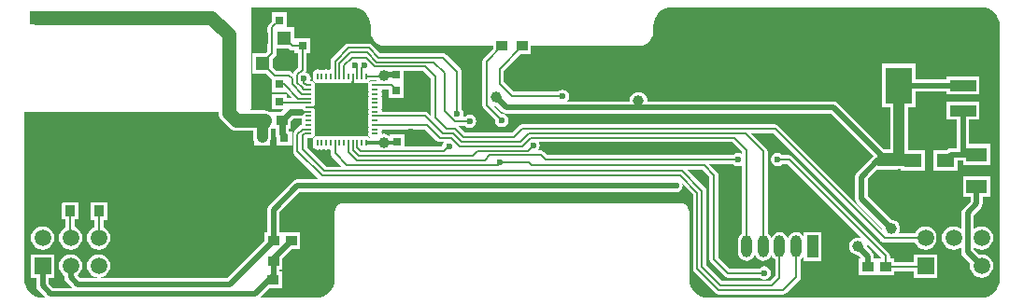
<source format=gbl>
G04 Layer_Physical_Order=2*
G04 Layer_Color=16711680*
%FSLAX44Y44*%
%MOMM*%
G71*
G01*
G75*
%ADD10R,0.9500X1.0000*%
%ADD12R,1.0000X0.9500*%
%ADD13R,0.8000X0.7500*%
%ADD16C,0.5000*%
%ADD17C,0.2000*%
%ADD18C,0.3000*%
%ADD19R,1.0000X2.0000*%
%ADD20O,1.0000X2.0000*%
%ADD21C,1.5000*%
%ADD22R,1.5000X1.5000*%
%ADD23C,1.0000*%
%ADD24C,0.6000*%
%ADD25C,1.0000*%
%ADD26C,0.6600*%
%ADD27R,1.6002X1.2700*%
%ADD28R,1.8500X1.3000*%
%ADD29R,2.4000X3.3000*%
%ADD30R,2.4000X1.0000*%
%ADD31R,0.7500X0.8000*%
%ADD32C,1.0000*%
%ADD33O,0.6500X0.2000*%
%ADD34O,0.2000X0.6500*%
%ADD35R,4.7000X4.7000*%
%ADD36R,1.3000X1.3000*%
%ADD37R,1.0000X1.0000*%
%ADD38R,1.0000X0.8128*%
%ADD39C,0.6000*%
%ADD40C,1.2700*%
%ADD41C,1.0000*%
%ADD42R,0.7620X1.2700*%
G36*
X625815Y92395D02*
X627800Y91069D01*
X630141Y90603D01*
X632482Y91069D01*
X633874Y91999D01*
Y29722D01*
X632246Y28473D01*
X630964Y26802D01*
X630158Y24856D01*
X629883Y22768D01*
Y12768D01*
X630158Y10679D01*
X630964Y8733D01*
X632246Y7062D01*
X633918Y5780D01*
X635863Y4974D01*
X637952Y4699D01*
X640040Y4974D01*
X641986Y5780D01*
X643658Y7062D01*
X644940Y8733D01*
X645452Y9969D01*
X645964Y8733D01*
X647246Y7062D01*
X648917Y5780D01*
X650863Y4974D01*
X652952Y4699D01*
X655040Y4974D01*
X656986Y5780D01*
X658658Y7062D01*
X659940Y8733D01*
X660452Y9969D01*
X660964Y8733D01*
X662246Y7062D01*
X663874Y5814D01*
Y-8808D01*
X658951Y-13731D01*
X616068D01*
X601443Y894D01*
Y68292D01*
X601443Y68292D01*
X601184Y69594D01*
X601133Y69853D01*
X600248Y71176D01*
X584063Y87362D01*
X597751D01*
X604252Y80861D01*
Y6350D01*
X604252Y6350D01*
X604511Y5048D01*
X604562Y4789D01*
X605446Y3466D01*
X618146Y-9234D01*
X618146Y-9234D01*
X619469Y-10118D01*
X619728Y-10169D01*
X621030Y-10428D01*
X621030Y-10428D01*
X649559D01*
X649724Y-10676D01*
X651709Y-12002D01*
X654050Y-12467D01*
X656391Y-12002D01*
X658376Y-10676D01*
X659702Y-8691D01*
X660167Y-6350D01*
X659702Y-4009D01*
X658376Y-2024D01*
X656391Y-698D01*
X654050Y-233D01*
X651709Y-698D01*
X649724Y-2024D01*
X649559Y-2272D01*
X622719D01*
X612408Y8039D01*
Y82550D01*
X612408Y82550D01*
X612149Y83852D01*
X612098Y84111D01*
X611214Y85434D01*
X611214Y85434D01*
X604137Y92511D01*
X625738D01*
X625815Y92395D01*
D02*
G37*
G36*
X633874Y103442D02*
Y101443D01*
X632482Y102373D01*
X630141Y102838D01*
X627800Y102373D01*
X625815Y101047D01*
X625562Y100668D01*
X457434D01*
X454548Y103553D01*
X453225Y104437D01*
X452966Y104489D01*
X451665Y104748D01*
X451664Y104748D01*
X448607D01*
X448826Y104894D01*
X450152Y106879D01*
X450617Y109220D01*
X450152Y111561D01*
X449591Y112401D01*
X624915D01*
X633874Y103442D01*
D02*
G37*
G36*
X159200Y139369D02*
X159521Y136929D01*
X160463Y134654D01*
X161962Y132701D01*
X169331Y125331D01*
X171285Y123833D01*
X173559Y122891D01*
X176000Y122569D01*
X190931D01*
Y117000D01*
X191206Y114912D01*
X192000Y112994D01*
Y109000D01*
X198476D01*
X199000Y108931D01*
X199524Y109000D01*
X206000D01*
Y112994D01*
X206794Y114912D01*
X207069Y117000D01*
Y124250D01*
X209000D01*
Y127067D01*
X209000Y127067D01*
Y124250D01*
X210882D01*
Y120000D01*
X211348Y117659D01*
X212000Y116683D01*
Y109000D01*
X226000D01*
Y122500D01*
X223151D01*
X223118Y122534D01*
Y124250D01*
X225000D01*
Y131348D01*
X227622Y133971D01*
X234000D01*
X235029Y134175D01*
X235087Y134088D01*
X234794Y133649D01*
X234483Y132088D01*
X234794Y130527D01*
X235087Y130088D01*
X234794Y129649D01*
X234483Y128088D01*
X234506Y127974D01*
X234170Y127907D01*
X233911Y127856D01*
X232588Y126972D01*
X232588Y126972D01*
X228122Y122506D01*
X227238Y121183D01*
X227187Y120924D01*
X226928Y119622D01*
X226928Y119622D01*
Y104189D01*
X226928Y104189D01*
X227187Y102887D01*
X227238Y102628D01*
X228122Y101305D01*
X250311Y79116D01*
X250311Y79116D01*
X251072Y78608D01*
X231000D01*
X228854Y78181D01*
X227035Y76965D01*
X205246Y55177D01*
X204031Y53358D01*
X203604Y51212D01*
Y30555D01*
X201212D01*
Y22736D01*
X167559Y-10917D01*
X33847D01*
X31491Y-8561D01*
X32889Y-7489D01*
X34572Y-5295D01*
X35630Y-2741D01*
X35991Y0D01*
X35630Y2741D01*
X34572Y5295D01*
X32889Y7489D01*
X30695Y9172D01*
X28141Y10230D01*
X25400Y10591D01*
X22659Y10230D01*
X20105Y9172D01*
X17911Y7489D01*
X16228Y5295D01*
X15170Y2741D01*
X14809Y0D01*
X15170Y-2741D01*
X16228Y-5295D01*
X17911Y-7489D01*
X19792Y-8932D01*
Y-10400D01*
X20219Y-12546D01*
X21435Y-14365D01*
X26889Y-19819D01*
X9750D01*
X5608Y-15677D01*
Y-10500D01*
X10500D01*
Y10500D01*
X-10500D01*
Y-10500D01*
X-5608D01*
Y-18000D01*
X-5181Y-20146D01*
X-3965Y-21965D01*
X2846Y-28777D01*
X400D01*
X352Y-28786D01*
X-2895Y-28466D01*
X-6064Y-27505D01*
X-8984Y-25944D01*
X-11544Y-23844D01*
X-13644Y-21284D01*
X-15205Y-18364D01*
X-16166Y-15195D01*
X-16486Y-11948D01*
X-16477Y-11900D01*
Y140281D01*
X159200D01*
Y139369D01*
D02*
G37*
G36*
X283695Y234666D02*
X286864Y233705D01*
X289784Y232144D01*
X292344Y230044D01*
X294444Y227484D01*
X296005Y224564D01*
X296966Y221395D01*
X297286Y218148D01*
X297277Y218100D01*
Y213100D01*
X297224D01*
X297673Y209690D01*
X298989Y206512D01*
X301083Y203783D01*
X303812Y201689D01*
X306990Y200373D01*
X310400Y199924D01*
Y199977D01*
X408376D01*
Y197357D01*
X399706Y188687D01*
X398822Y187364D01*
X398771Y187105D01*
X398512Y185803D01*
X398512Y185803D01*
Y145858D01*
X398512Y145857D01*
X398771Y144556D01*
X398822Y144297D01*
X399706Y142974D01*
X410036Y132644D01*
X409978Y132352D01*
X410443Y130011D01*
X411769Y128027D01*
X413754Y126700D01*
X416095Y126235D01*
X418436Y126700D01*
X420421Y128027D01*
X421747Y130011D01*
X422213Y132352D01*
X421747Y134693D01*
X420421Y136678D01*
X418436Y138004D01*
X416095Y138470D01*
X415803Y138412D01*
X409024Y145191D01*
X411000Y144931D01*
X411122Y144947D01*
X416035Y140035D01*
X417854Y138819D01*
X420000Y138392D01*
X713997D01*
X752729Y99660D01*
X738035Y84965D01*
X736819Y83146D01*
X736392Y81000D01*
Y61000D01*
X736819Y58854D01*
X738035Y57035D01*
X760947Y34122D01*
X760931Y34000D01*
X761029Y33259D01*
X666848Y127440D01*
X665525Y128324D01*
X665266Y128375D01*
X663964Y128634D01*
X663964Y128634D01*
X434436D01*
X434436Y128634D01*
X433134Y128375D01*
X432875Y128324D01*
X431552Y127440D01*
X431552Y127440D01*
X425031Y120918D01*
X382689D01*
X376457Y127150D01*
X376408Y127224D01*
X382533D01*
X382699Y126976D01*
X384683Y125650D01*
X387024Y125184D01*
X389366Y125650D01*
X391350Y126976D01*
X392676Y128961D01*
X393142Y131302D01*
X392676Y133643D01*
X391350Y135628D01*
X389366Y136954D01*
X387024Y137420D01*
X384683Y136954D01*
X382699Y135628D01*
X382533Y135380D01*
X380864D01*
X381242Y135945D01*
X381707Y138287D01*
X381242Y140628D01*
X379916Y142612D01*
X379668Y142778D01*
Y176373D01*
X379668Y176373D01*
X379358Y177934D01*
X379064Y178372D01*
X378474Y179257D01*
X378474Y179257D01*
X365807Y191923D01*
X364484Y192807D01*
X364225Y192859D01*
X362923Y193118D01*
X362923Y193118D01*
X306289D01*
X298602Y200805D01*
X297279Y201689D01*
X297020Y201740D01*
X295718Y201999D01*
X295718Y201999D01*
X277106D01*
X277106Y201999D01*
X275805Y201740D01*
X275546Y201689D01*
X274222Y200805D01*
X262178Y188760D01*
X261294Y187437D01*
X261242Y187178D01*
X260983Y185877D01*
X260983Y185876D01*
Y178651D01*
X259501Y178356D01*
X259062Y178062D01*
X258622Y178356D01*
X257062Y178666D01*
X255501Y178356D01*
X255062Y178062D01*
X254622Y178356D01*
X253062Y178666D01*
X251501Y178356D01*
X251062Y178062D01*
X250622Y178356D01*
X249062Y178666D01*
X247501Y178356D01*
X246178Y177472D01*
X245294Y176149D01*
X244983Y174588D01*
Y170088D01*
X245294Y168527D01*
X246178Y167204D01*
X247501Y166320D01*
X249062Y166010D01*
X250622Y166320D01*
X251062Y166614D01*
X251501Y166320D01*
X253062Y166010D01*
X254622Y166320D01*
X255062Y166614D01*
X255501Y166320D01*
X257062Y166010D01*
X258622Y166320D01*
X259062Y166614D01*
X259501Y166320D01*
X261062Y166010D01*
X262622Y166320D01*
X263062Y166614D01*
X263501Y166320D01*
X265062Y166010D01*
X266622Y166320D01*
X267062Y166614D01*
X267501Y166320D01*
X269062Y166010D01*
X270622Y166320D01*
X271062Y166614D01*
X271501Y166320D01*
X273062Y166010D01*
X274622Y166320D01*
X275062Y166614D01*
X275501Y166320D01*
X277062Y166010D01*
X278622Y166320D01*
X279946Y167204D01*
X280830Y168527D01*
X281062Y169694D01*
X281294Y168527D01*
X282178Y167204D01*
X283501Y166320D01*
X285062Y166010D01*
X286622Y166320D01*
X287062Y166614D01*
X287501Y166320D01*
X289062Y166010D01*
X290622Y166320D01*
X291062Y166614D01*
X291501Y166320D01*
X293062Y166010D01*
X294622Y166320D01*
X295945Y167204D01*
X296651Y168260D01*
X302554D01*
X302625Y168167D01*
X299062D01*
X297501Y167856D01*
X296178Y166972D01*
X295294Y165649D01*
X294983Y164088D01*
X295294Y162527D01*
X295587Y162088D01*
X295294Y161649D01*
X294983Y160088D01*
X295294Y158527D01*
X295587Y158088D01*
X295294Y157649D01*
X294983Y156088D01*
X295294Y154527D01*
X295587Y154088D01*
X295294Y153649D01*
X294983Y152088D01*
X295294Y150527D01*
X295587Y150088D01*
X295294Y149649D01*
X294983Y148088D01*
X295294Y146527D01*
X295587Y146088D01*
X295294Y145649D01*
X294983Y144088D01*
X295294Y142527D01*
X295587Y142088D01*
X295294Y141649D01*
X294983Y140088D01*
X295294Y138527D01*
X295587Y138088D01*
X295294Y137649D01*
X294983Y136088D01*
X295294Y134527D01*
X295587Y134088D01*
X295294Y133649D01*
X294983Y132088D01*
X295294Y130527D01*
X295587Y130088D01*
X295294Y129649D01*
X294983Y128088D01*
X295294Y126527D01*
X295587Y126088D01*
X295294Y125649D01*
X294983Y124088D01*
X295294Y122527D01*
X295587Y122088D01*
X295294Y121649D01*
X294983Y120088D01*
X295294Y118527D01*
X296178Y117204D01*
X297342Y116426D01*
X296310D01*
X295945Y116972D01*
X294622Y117856D01*
X293062Y118167D01*
X291501Y117856D01*
X291062Y117563D01*
X290622Y117856D01*
X289062Y118167D01*
X287501Y117856D01*
X287062Y117563D01*
X286622Y117856D01*
X285062Y118167D01*
X283501Y117856D01*
X283062Y117563D01*
X282622Y117856D01*
X281062Y118167D01*
X279501Y117856D01*
X279062Y117563D01*
X278622Y117856D01*
X277062Y118167D01*
X275501Y117856D01*
X275062Y117563D01*
X274622Y117856D01*
X273062Y118167D01*
X271501Y117856D01*
X271062Y117563D01*
X270622Y117856D01*
X269062Y118167D01*
X267501Y117856D01*
X267062Y117563D01*
X266622Y117856D01*
X265062Y118167D01*
X263501Y117856D01*
X263062Y117563D01*
X262622Y117856D01*
X261062Y118167D01*
X259501Y117856D01*
X259062Y117563D01*
X258622Y117856D01*
X257062Y118167D01*
X255501Y117856D01*
X255062Y117563D01*
X254622Y117856D01*
X253062Y118167D01*
X251501Y117856D01*
X251062Y117563D01*
X250622Y117856D01*
X249062Y118167D01*
X247501Y117856D01*
X246178Y116972D01*
X245294Y115649D01*
X244983Y114088D01*
Y109588D01*
X245294Y108027D01*
X246178Y106704D01*
X247501Y105820D01*
X249062Y105510D01*
X250622Y105820D01*
X251062Y106114D01*
X251501Y105820D01*
X253062Y105510D01*
X254622Y105820D01*
X255062Y106114D01*
X255501Y105820D01*
X257062Y105510D01*
X258622Y105820D01*
X259062Y106114D01*
X259501Y105820D01*
X260983Y105525D01*
Y102363D01*
X260983Y102363D01*
X261242Y101061D01*
X261294Y100802D01*
X262178Y99479D01*
X271440Y90217D01*
X257163D01*
X239964Y107416D01*
Y116010D01*
X243062D01*
X244622Y116320D01*
X245945Y117204D01*
X246830Y118527D01*
X247140Y120088D01*
X246830Y121649D01*
X246536Y122088D01*
X246830Y122527D01*
X247140Y124088D01*
X246830Y125649D01*
X246536Y126088D01*
X246830Y126527D01*
X247140Y128088D01*
X246830Y129649D01*
X246536Y130088D01*
X246830Y130527D01*
X247140Y132088D01*
X246830Y133649D01*
X246536Y134088D01*
X246830Y134527D01*
X247140Y136088D01*
X246830Y137649D01*
X246536Y138088D01*
X246830Y138527D01*
X247140Y140088D01*
X246830Y141649D01*
X245945Y142972D01*
X244622Y143856D01*
X243456Y144088D01*
X244622Y144320D01*
X245945Y145204D01*
X246830Y146527D01*
X247140Y148088D01*
X246830Y149649D01*
X246536Y150088D01*
X246830Y150527D01*
X247140Y152088D01*
X246830Y153649D01*
X246536Y154088D01*
X246830Y154527D01*
X247140Y156088D01*
X246830Y157649D01*
X246536Y158088D01*
X246830Y158527D01*
X247140Y160088D01*
X246830Y161649D01*
X246536Y162088D01*
X246830Y162527D01*
X247140Y164088D01*
X246830Y165649D01*
X245945Y166972D01*
X244622Y167856D01*
X243062Y168167D01*
X242753D01*
X243118Y170000D01*
X242652Y172341D01*
X241326Y174326D01*
X239341Y175652D01*
X238483Y175823D01*
X239152Y176823D01*
X239463Y178384D01*
X239462Y178384D01*
Y193161D01*
X242384D01*
Y206661D01*
X228384D01*
Y203989D01*
X228361D01*
Y216565D01*
X221206D01*
Y230245D01*
X207706D01*
Y222263D01*
X205116Y219673D01*
X204232Y218350D01*
X204181Y218091D01*
X203922Y216789D01*
X203922Y216789D01*
Y194592D01*
X202894Y193565D01*
X189662D01*
Y174565D01*
X202894D01*
X207342Y170116D01*
X207342Y170116D01*
X208000Y169677D01*
Y158000D01*
X220232D01*
X226066Y152167D01*
X221500D01*
Y156000D01*
X208000D01*
Y142000D01*
X218349D01*
X216098Y139750D01*
X209000D01*
Y136933D01*
X209000Y136933D01*
Y139750D01*
X206259D01*
X205715Y140167D01*
X203441Y141109D01*
X201000Y141431D01*
X199000Y141167D01*
X197000Y141431D01*
X187362D01*
X189212Y143281D01*
Y234977D01*
X280400D01*
X280448Y234986D01*
X283695Y234666D01*
D02*
G37*
G36*
X223131Y197027D02*
X223132Y197027D01*
X224455Y196143D01*
X224713Y196092D01*
X226015Y195833D01*
X226015Y195833D01*
X228384D01*
Y193161D01*
X231306D01*
Y180073D01*
X228116Y176884D01*
X227232Y175561D01*
X227181Y175302D01*
X227062Y174706D01*
X225884Y175884D01*
X224561Y176768D01*
X224302Y176819D01*
X223000Y177078D01*
X223000Y177078D01*
X211916D01*
X208661Y180332D01*
Y187797D01*
X210884Y190019D01*
X210884Y190019D01*
X211768Y191343D01*
X212078Y192903D01*
Y197565D01*
X222594D01*
X223131Y197027D01*
D02*
G37*
G36*
X853696Y234666D02*
X856864Y233705D01*
X859784Y232144D01*
X862344Y230044D01*
X864445Y227484D01*
X866006Y224564D01*
X866967Y221395D01*
X867287Y218148D01*
X867277Y218100D01*
Y-11900D01*
X867287Y-11948D01*
X866967Y-15195D01*
X866006Y-18364D01*
X864445Y-21284D01*
X862344Y-23844D01*
X859784Y-25944D01*
X856864Y-27505D01*
X853696Y-28466D01*
X850449Y-28786D01*
X850400Y-28777D01*
X602900D01*
X602852Y-28786D01*
X599605Y-28466D01*
X596437Y-27505D01*
X593516Y-25944D01*
X590957Y-23844D01*
X588856Y-21284D01*
X587295Y-18364D01*
X586334Y-15195D01*
X586014Y-11948D01*
X586024Y-11900D01*
Y49100D01*
X586033D01*
X585756Y51205D01*
X584944Y53167D01*
X583651Y54851D01*
X581967Y56143D01*
X580005Y56956D01*
X577900Y57233D01*
Y57224D01*
X272900D01*
Y57233D01*
X270795Y56956D01*
X268834Y56143D01*
X267149Y54851D01*
X265857Y53167D01*
X265044Y51205D01*
X264767Y49100D01*
X264777D01*
Y-11900D01*
X264786Y-11948D01*
X264466Y-15195D01*
X263505Y-18364D01*
X261944Y-21284D01*
X259844Y-23844D01*
X257284Y-25944D01*
X254364Y-27505D01*
X251195Y-28466D01*
X247948Y-28786D01*
X247900Y-28777D01*
X196780D01*
X205107Y-20450D01*
X216790D01*
Y-4950D01*
X214849D01*
Y-3028D01*
X217504D01*
Y7166D01*
X219697Y9360D01*
X220041Y9590D01*
X225506Y15055D01*
X233212D01*
Y30555D01*
X217212D01*
Y22622D01*
X217212Y22622D01*
Y30555D01*
X214819D01*
Y48889D01*
X233323Y67392D01*
X571593D01*
X571659Y67348D01*
X574000Y66883D01*
X576341Y67348D01*
X578326Y68674D01*
X579652Y70659D01*
X580117Y73000D01*
X579841Y74392D01*
X589286Y64946D01*
Y-2453D01*
X589286Y-2453D01*
X589545Y-3754D01*
X589597Y-4013D01*
X590481Y-5336D01*
X609838Y-24693D01*
X611161Y-25577D01*
X611420Y-25629D01*
X612721Y-25888D01*
X612721Y-25888D01*
X671325D01*
X671325Y-25888D01*
X672627Y-25629D01*
X672886Y-25577D01*
X674209Y-24693D01*
X685836Y-13067D01*
X685836Y-13067D01*
X686720Y-11744D01*
X687030Y-10183D01*
Y5814D01*
X688658Y7062D01*
X689940Y8733D01*
X689952Y8762D01*
Y4768D01*
X705952D01*
Y30768D01*
X689952D01*
Y26773D01*
X689940Y26802D01*
X688658Y28473D01*
X686986Y29756D01*
X685040Y30562D01*
X682952Y30837D01*
X680864Y30562D01*
X678917Y29756D01*
X677246Y28473D01*
X675964Y26802D01*
X675452Y25566D01*
X674940Y26802D01*
X673658Y28473D01*
X671986Y29756D01*
X670040Y30562D01*
X667952Y30837D01*
X665864Y30562D01*
X663917Y29756D01*
X662246Y28473D01*
X660964Y26802D01*
X660452Y25566D01*
X659940Y26802D01*
X658658Y28473D01*
X657030Y29722D01*
Y104277D01*
X657030Y104277D01*
X656771Y105578D01*
X656720Y105837D01*
X655836Y107161D01*
X642519Y120478D01*
X662274D01*
X760236Y22516D01*
X760236Y22516D01*
X761559Y21632D01*
X761818Y21581D01*
X763120Y21322D01*
X763120Y21322D01*
X790424D01*
X790928Y20105D01*
X792611Y17911D01*
X794805Y16228D01*
X797359Y15170D01*
X800100Y14809D01*
X802841Y15170D01*
X805395Y16228D01*
X807589Y17911D01*
X809272Y20105D01*
X810330Y22659D01*
X810691Y25400D01*
X810330Y28141D01*
X809272Y30695D01*
X807589Y32889D01*
X805395Y34572D01*
X802841Y35630D01*
X800100Y35991D01*
X797359Y35630D01*
X794805Y34572D01*
X792611Y32889D01*
X790928Y30695D01*
X790424Y29478D01*
X775614D01*
X775988Y29966D01*
X776794Y31912D01*
X777069Y34000D01*
X776794Y36088D01*
X775988Y38035D01*
X774706Y39706D01*
X773035Y40988D01*
X771088Y41794D01*
X769000Y42069D01*
X768878Y42053D01*
X747608Y63323D01*
Y78677D01*
X755900Y86970D01*
X775001D01*
Y88091D01*
X777999D01*
Y86810D01*
X800001D01*
Y105510D01*
X784069D01*
Y115000D01*
X784069Y115000D01*
X784069Y115000D01*
Y144500D01*
X791000D01*
Y158392D01*
X819000D01*
Y156000D01*
X849000D01*
Y172000D01*
X819000D01*
Y169608D01*
X791000D01*
Y183500D01*
X761000D01*
Y144500D01*
X767931D01*
Y105670D01*
X762580D01*
X720285Y147965D01*
X718466Y149181D01*
X716320Y149608D01*
X548017D01*
X548069Y150000D01*
X547794Y152088D01*
X546988Y154035D01*
X545706Y155706D01*
X544035Y156988D01*
X542088Y157794D01*
X540000Y158069D01*
X537912Y157794D01*
X535965Y156988D01*
X534294Y155706D01*
X533012Y154035D01*
X532206Y152088D01*
X531931Y150000D01*
X531983Y149608D01*
X475226D01*
X475326Y149674D01*
X476652Y151659D01*
X477118Y154000D01*
X476652Y156341D01*
X475326Y158326D01*
X473341Y159652D01*
X471000Y160117D01*
X468659Y159652D01*
X466674Y158326D01*
X466509Y158078D01*
X426809D01*
X418098Y166789D01*
Y177544D01*
X433080Y192526D01*
X442376D01*
Y199977D01*
X540400D01*
Y199924D01*
X543811Y200373D01*
X546988Y201689D01*
X549717Y203783D01*
X551811Y206512D01*
X553128Y209690D01*
X553577Y213100D01*
X553524D01*
Y218100D01*
X553514Y218148D01*
X553834Y221395D01*
X554795Y224564D01*
X556356Y227484D01*
X558457Y230044D01*
X561016Y232144D01*
X563937Y233705D01*
X567105Y234666D01*
X570352Y234986D01*
X570400Y234977D01*
X850400D01*
X850449Y234986D01*
X853696Y234666D01*
D02*
G37*
G36*
X357139Y113595D02*
X358462Y112711D01*
X358721Y112659D01*
X360022Y112400D01*
X360023Y112401D01*
X363583D01*
X362704Y111084D01*
X362238Y108743D01*
X362253Y108668D01*
X328069D01*
Y119954D01*
X314569D01*
Y117810D01*
X313034Y118988D01*
X311088Y119794D01*
X309000Y120069D01*
X307600Y119885D01*
X307640Y120088D01*
X307330Y121649D01*
X307036Y122088D01*
X307330Y122527D01*
X307624Y124010D01*
X346724D01*
X357139Y113595D01*
D02*
G37*
G36*
X351881Y170403D02*
Y136696D01*
X349604Y138972D01*
X348281Y139856D01*
X348022Y139908D01*
X346721Y140167D01*
X346721Y140166D01*
X307624D01*
X307330Y141649D01*
X307036Y142088D01*
X307330Y142527D01*
X307640Y144088D01*
X307330Y145649D01*
X307036Y146088D01*
X307330Y146527D01*
X307640Y148088D01*
X307330Y149649D01*
X307036Y150088D01*
X307330Y150527D01*
X307640Y152088D01*
X307330Y153649D01*
X307036Y154088D01*
X307330Y154527D01*
X307640Y156088D01*
X307330Y157649D01*
X307036Y158088D01*
X307330Y158527D01*
X307624Y160010D01*
X313960D01*
Y152659D01*
X327460D01*
Y166659D01*
X319478D01*
X319165Y166972D01*
X319064Y167040D01*
X327460D01*
Y176961D01*
X345323D01*
X351881Y170403D01*
D02*
G37*
%LPC*%
G36*
X0Y35991D02*
X-2741Y35630D01*
X-5295Y34572D01*
X-7489Y32889D01*
X-9172Y30695D01*
X-10230Y28141D01*
X-10591Y25400D01*
X-10230Y22659D01*
X-9172Y20105D01*
X-7489Y17911D01*
X-5295Y16228D01*
X-2741Y15170D01*
X0Y14809D01*
X2741Y15170D01*
X5295Y16228D01*
X7489Y17911D01*
X9172Y20105D01*
X10230Y22659D01*
X10591Y25400D01*
X10230Y28141D01*
X9172Y30695D01*
X7489Y32889D01*
X5295Y34572D01*
X2741Y35630D01*
X0Y35991D01*
D02*
G37*
G36*
X50800Y10591D02*
X48059Y10230D01*
X45505Y9172D01*
X43311Y7489D01*
X41628Y5295D01*
X40570Y2741D01*
X40209Y0D01*
X40570Y-2741D01*
X41628Y-5295D01*
X43311Y-7489D01*
X45505Y-9172D01*
X48059Y-10230D01*
X50800Y-10591D01*
X53541Y-10230D01*
X56095Y-9172D01*
X58289Y-7489D01*
X59972Y-5295D01*
X61030Y-2741D01*
X61391Y0D01*
X61030Y2741D01*
X59972Y5295D01*
X58289Y7489D01*
X56095Y9172D01*
X53541Y10230D01*
X50800Y10591D01*
D02*
G37*
G36*
X32629Y58124D02*
X17129D01*
Y42124D01*
X20744D01*
Y34836D01*
X20105Y34572D01*
X17911Y32889D01*
X16228Y30695D01*
X15170Y28141D01*
X14809Y25400D01*
X15170Y22659D01*
X16228Y20105D01*
X17911Y17911D01*
X20105Y16228D01*
X22659Y15170D01*
X25400Y14809D01*
X28141Y15170D01*
X30695Y16228D01*
X32889Y17911D01*
X34572Y20105D01*
X35630Y22659D01*
X35991Y25400D01*
X35630Y28141D01*
X34572Y30695D01*
X32889Y32889D01*
X30695Y34572D01*
X28900Y35315D01*
Y42124D01*
X32629D01*
Y58124D01*
D02*
G37*
G36*
X858708Y81800D02*
X834208D01*
Y62800D01*
X840850D01*
Y58841D01*
X834235Y52225D01*
X833019Y50406D01*
X832592Y48260D01*
Y33193D01*
X830795Y34572D01*
X828241Y35630D01*
X825500Y35991D01*
X822759Y35630D01*
X820205Y34572D01*
X818011Y32889D01*
X816328Y30695D01*
X815270Y28141D01*
X814909Y25400D01*
X815270Y22659D01*
X816328Y20105D01*
X818011Y17911D01*
X820205Y16228D01*
X822759Y15170D01*
X825500Y14809D01*
X828241Y15170D01*
X830795Y16228D01*
X832592Y17607D01*
Y12700D01*
X833019Y10554D01*
X834235Y8735D01*
X840619Y2351D01*
X840309Y0D01*
X840670Y-2741D01*
X841728Y-5295D01*
X843411Y-7489D01*
X845605Y-9172D01*
X848159Y-10230D01*
X850900Y-10591D01*
X853641Y-10230D01*
X856195Y-9172D01*
X858389Y-7489D01*
X860072Y-5295D01*
X861130Y-2741D01*
X861491Y0D01*
X861130Y2741D01*
X860072Y5295D01*
X858389Y7489D01*
X856195Y9172D01*
X853641Y10230D01*
X850900Y10591D01*
X848549Y10281D01*
X843808Y15023D01*
Y17607D01*
X845605Y16228D01*
X848159Y15170D01*
X850900Y14809D01*
X853641Y15170D01*
X856195Y16228D01*
X858389Y17911D01*
X860072Y20105D01*
X861130Y22659D01*
X861491Y25400D01*
X861130Y28141D01*
X860072Y30695D01*
X858389Y32889D01*
X856195Y34572D01*
X853641Y35630D01*
X850900Y35991D01*
X848159Y35630D01*
X845605Y34572D01*
X843808Y33193D01*
Y45937D01*
X850423Y52552D01*
X851639Y54372D01*
X852066Y56518D01*
Y62800D01*
X858708D01*
Y81800D01*
D02*
G37*
G36*
X849000Y149000D02*
X819000D01*
Y133000D01*
X828392D01*
Y106907D01*
X823299D01*
X821154Y106480D01*
X819462Y105350D01*
X806999D01*
Y86650D01*
X829001D01*
Y95692D01*
X834208D01*
Y91800D01*
X858708D01*
Y110800D01*
X839608D01*
Y133000D01*
X849000D01*
Y149000D01*
D02*
G37*
G36*
X58761Y58048D02*
X43261D01*
Y42048D01*
X46933D01*
Y35163D01*
X45505Y34572D01*
X43311Y32889D01*
X41628Y30695D01*
X40570Y28141D01*
X40209Y25400D01*
X40570Y22659D01*
X41628Y20105D01*
X43311Y17911D01*
X45505Y16228D01*
X48059Y15170D01*
X50800Y14809D01*
X53541Y15170D01*
X56095Y16228D01*
X58289Y17911D01*
X59972Y20105D01*
X61030Y22659D01*
X61391Y25400D01*
X61030Y28141D01*
X59972Y30695D01*
X58289Y32889D01*
X56095Y34572D01*
X55090Y34988D01*
Y42048D01*
X58761D01*
Y58048D01*
D02*
G37*
G36*
X666107Y102671D02*
X663766Y102205D01*
X661781Y100879D01*
X660455Y98894D01*
X659989Y96553D01*
X660455Y94212D01*
X661781Y92227D01*
X663766Y90901D01*
X666107Y90435D01*
X668448Y90901D01*
X670433Y92227D01*
X670598Y92475D01*
X674758D01*
X742082Y25150D01*
X741088Y25562D01*
X739000Y25837D01*
X736912Y25562D01*
X734966Y24756D01*
X733294Y23473D01*
X732012Y21802D01*
X731206Y19856D01*
X730931Y17768D01*
X731206Y15679D01*
X732012Y13733D01*
X733294Y12062D01*
X734966Y10780D01*
X736912Y9974D01*
X739000Y9699D01*
X739122Y9715D01*
X741687Y7151D01*
X739807D01*
Y-8349D01*
X755807D01*
Y7151D01*
X753415D01*
Y8961D01*
X752988Y11107D01*
X751772Y12926D01*
X747053Y17645D01*
X747069Y17768D01*
X746794Y19856D01*
X746383Y20850D01*
X759729Y7504D01*
Y7151D01*
X755807D01*
Y-8349D01*
X771807D01*
Y-4678D01*
X789600D01*
Y-10500D01*
X810600D01*
Y10500D01*
X789600D01*
Y3479D01*
X771807D01*
Y7151D01*
X767885D01*
Y9193D01*
X767885Y9193D01*
X767626Y10495D01*
X767575Y10754D01*
X766691Y12077D01*
X766691Y12077D01*
X679331Y99437D01*
X678008Y100321D01*
X677749Y100372D01*
X676447Y100631D01*
X676447Y100631D01*
X670598D01*
X670433Y100879D01*
X668448Y102205D01*
X666107Y102671D01*
D02*
G37*
%LPD*%
D10*
X51011Y50048D02*
D03*
Y66048D02*
D03*
X24879Y50124D02*
D03*
Y66124D02*
D03*
D12*
X763807Y-599D02*
D03*
X747807D02*
D03*
X225212Y22805D02*
D03*
X209212D02*
D03*
X225504Y4722D02*
D03*
X209503D02*
D03*
X208790Y-12700D02*
D03*
X224790D02*
D03*
X217000Y132000D02*
D03*
X201000D02*
D03*
D13*
X199000Y102250D02*
D03*
Y115750D02*
D03*
X219000D02*
D03*
Y102250D02*
D03*
X235384Y213411D02*
D03*
Y199911D02*
D03*
D16*
X818000Y54730D02*
Y75680D01*
X764320D02*
X804000D01*
X812100Y13400D02*
Y48830D01*
X312420Y61152D02*
X585000D01*
X227750Y182880D02*
X228935Y184065D01*
X218862D02*
X228935D01*
X256540Y61152D02*
X312420D01*
X240851Y48181D02*
X253821Y61152D01*
X240851Y12658D02*
Y48181D01*
X232915Y4722D02*
X240851Y12658D01*
X225504Y-12871D02*
Y4722D01*
X804000Y75680D02*
X818000D01*
X764000Y76000D02*
X764320Y75680D01*
X834000Y101300D02*
X846458D01*
X823299D02*
X834000D01*
X834000Y101300D02*
X834000Y101300D01*
X834000Y101300D02*
Y141000D01*
X776000Y164000D02*
X834000D01*
X818000Y96000D02*
X823299Y101300D01*
X777000Y96320D02*
X788840D01*
X789000Y96160D01*
X209212Y22805D02*
Y51212D01*
X7427Y-25427D02*
X192199D01*
X0Y-18000D02*
X7427Y-25427D01*
X0Y-18000D02*
Y0D01*
X199161Y207065D02*
X200956Y208859D01*
X225504Y4722D02*
X232915D01*
X216076Y13555D02*
X225212Y22691D01*
X215962Y13555D02*
X216076D01*
X225212Y22691D02*
Y22805D01*
X225242Y-13133D02*
X225504Y-12871D01*
X169882Y-16525D02*
X209212Y22805D01*
X209503Y7097D02*
X215962Y13555D01*
X209503Y4722D02*
Y7097D01*
X209242Y-8384D02*
X209719Y-7907D01*
X209242Y-8384D02*
Y4460D01*
X209503Y4722D01*
X747807Y-599D02*
Y8961D01*
X739000Y17768D02*
X747807Y8961D01*
X310040Y174039D02*
X320710D01*
X309000Y173000D02*
X310040Y174039D01*
X411000Y153000D02*
X420000Y144000D01*
X540000Y145000D02*
X541000Y144000D01*
X716320D01*
X540000Y145000D02*
Y150000D01*
X334210Y167210D02*
Y174039D01*
X334000Y167000D02*
X334210Y167210D01*
Y159659D02*
Y166790D01*
X334000Y167000D02*
X334210Y166790D01*
X334819Y112954D02*
X344954D01*
X219000Y93000D02*
Y102250D01*
X199000Y93000D02*
Y102250D01*
X192000Y165000D02*
X201250D01*
X192000Y149000D02*
X201250D01*
X209212Y51212D02*
X231000Y73000D01*
X574000D01*
X25400Y-10400D02*
Y0D01*
Y-10400D02*
X31525Y-16525D01*
X169882D01*
X760730Y96320D02*
X761730Y97320D01*
X760730Y96320D02*
X764000D01*
X761730Y97320D02*
X763000D01*
X757320Y96320D02*
X760730D01*
X716320Y144000D02*
X763000Y97320D01*
X812100Y13400D02*
X825500Y0D01*
X812100Y48830D02*
X818000Y54730D01*
X846458Y56518D02*
Y72300D01*
X838200Y48260D02*
X846458Y56518D01*
X838200Y12700D02*
Y48260D01*
Y12700D02*
X850900Y0D01*
X742000Y61000D02*
X769000Y34000D01*
X742000Y61000D02*
Y81000D01*
X757320Y96320D01*
X420000Y144000D02*
X541000D01*
X763000Y97320D02*
X764000D01*
X192199Y-25427D02*
X209242Y-8384D01*
Y-13133D02*
Y-8384D01*
X253821Y61152D02*
X256540D01*
X235384Y213411D02*
Y226896D01*
X200956Y208859D02*
Y223245D01*
X227750Y182880D02*
X228600D01*
X832420Y185420D02*
X834000Y187000D01*
X805180Y185420D02*
X817880D01*
X830580D01*
X832420D01*
X344954Y112954D02*
X345440Y113440D01*
Y116840D01*
X233680Y228600D02*
X235384Y226896D01*
X231140Y228600D02*
X233680D01*
D17*
X281062Y152088D02*
Y172338D01*
X412966Y92000D02*
X414020Y93054D01*
X265062Y102363D02*
X275425Y92000D01*
X400800Y96000D02*
X405470Y100669D01*
X277062Y103543D02*
X284605Y96000D01*
X389560Y100000D02*
X394230Y104670D01*
X281062Y105287D02*
X286348Y100000D01*
X363474Y104000D02*
X368217Y108743D01*
X285062Y107533D02*
X288595Y104000D01*
X363474D01*
X286348Y100000D02*
X389560D01*
X284605Y96000D02*
X400800D01*
X275425Y92000D02*
X412966D01*
X597365Y-796D02*
Y68292D01*
X593365Y-2453D02*
Y66635D01*
X234000Y140088D02*
X240812D01*
X237000Y166000D02*
Y170000D01*
Y166000D02*
X238912Y164088D01*
X240812D01*
X234562Y162431D02*
X236905Y160088D01*
X234562Y162431D02*
Y162438D01*
X231000Y166000D02*
X234562Y162438D01*
X226000Y165000D02*
X234912Y156088D01*
X231000Y166000D02*
Y174000D01*
X236905Y160088D02*
X240812D01*
X226000Y165000D02*
Y170000D01*
X234912Y156088D02*
X240812D01*
X235384Y178384D02*
Y199911D01*
X231000Y174000D02*
X235384Y178384D01*
X199161Y184065D02*
X208000Y192903D01*
Y216789D01*
X214456Y223245D01*
X218862Y207065D02*
X226015Y199911D01*
X235384D01*
X219000Y165000D02*
X231912Y152088D01*
X240812D01*
X199161Y184065D02*
X210226Y173000D01*
X223000D01*
X226000Y170000D01*
X214750Y165000D02*
X219000D01*
X214750Y149000D02*
X215662Y148088D01*
X240812D01*
X763120Y25400D02*
X800100D01*
X799501Y-599D02*
X800100Y0D01*
X763807Y-599D02*
X799501D01*
X235885Y105727D02*
X255473Y86139D01*
X368217Y108743D02*
X368356D01*
X362923Y189039D02*
X375590Y176373D01*
Y138287D02*
Y176373D01*
X354483Y185040D02*
X364468Y175055D01*
X355959Y135007D02*
Y172093D01*
X347012Y181040D02*
X355959Y172093D01*
X301286Y181040D02*
X347012D01*
X302943Y185040D02*
X354483D01*
X301312Y128088D02*
X348413D01*
X293162Y189163D02*
X301286Y181040D01*
X50800Y25400D02*
X51011Y25611D01*
Y50048D01*
X24822Y25978D02*
X25400Y25400D01*
X667952Y-10497D02*
Y17768D01*
X660640Y-17809D02*
X667952Y-10497D01*
X614378Y-17809D02*
X660640D01*
X597365Y-796D02*
X614378Y-17809D01*
X671325Y-21809D02*
X682952Y-10183D01*
X593365Y-2453D02*
X612721Y-21809D01*
X671325D01*
X682952Y-10183D02*
Y17768D01*
X277062Y103543D02*
Y111838D01*
X281062Y105287D02*
Y111838D01*
X285062Y107533D02*
Y111838D01*
X231006Y104189D02*
Y119622D01*
X235472Y124088D01*
X240812D01*
X237624Y120088D02*
X240812D01*
X235885Y118349D02*
X237624Y120088D01*
X235885Y105727D02*
Y118349D01*
X265062Y102363D02*
Y111838D01*
X277062Y148088D02*
X281062Y152088D01*
X271062Y142088D02*
X277062Y148088D01*
X283322Y182518D02*
X285062Y180779D01*
Y172338D02*
Y180779D01*
X291514Y182225D02*
Y182326D01*
X289062Y179772D02*
X291514Y182225D01*
X289062Y172338D02*
Y179772D01*
X304599Y189039D02*
X362923D01*
X295718Y197921D02*
X304599Y189039D01*
X294303Y193679D02*
X302943Y185040D01*
X280208Y189163D02*
X293162D01*
X279067Y193679D02*
X294303D01*
X277106Y197921D02*
X295718D01*
X269062Y183674D02*
X279067Y193679D01*
X273062Y182017D02*
X280208Y189163D01*
X273062Y172338D02*
Y182017D01*
X265062Y185877D02*
X277106Y197921D01*
X265062Y172338D02*
Y185877D01*
X269062Y172338D02*
Y183674D01*
X666107Y96553D02*
X676447D01*
X763807Y9193D01*
Y-599D02*
Y9193D01*
X301312Y136088D02*
X346721D01*
X293062Y172338D02*
X308338D01*
X309000Y173000D01*
X301312Y164088D02*
X316281D01*
X320710Y159659D01*
X355959Y135007D02*
X366409Y124556D01*
X346721Y136088D02*
X362330Y120479D01*
X348413Y128088D02*
X360022Y116479D01*
X364468Y140923D02*
Y175055D01*
Y140923D02*
X374089Y131302D01*
X387024D01*
X414020Y179233D02*
X434376Y199590D01*
X414020Y93054D02*
Y93980D01*
X439949Y104670D02*
X444500Y109220D01*
X362330Y120479D02*
X371704D01*
X360022Y116479D02*
X370047D01*
X377857Y108670D01*
X373380Y124460D02*
Y124556D01*
X371704Y120479D02*
X379343Y112840D01*
X366409Y124556D02*
X373380D01*
Y124460D02*
X381000Y116840D01*
X377857Y108670D02*
X434366D01*
X379343Y112840D02*
X432880D01*
X434366Y108670D02*
X442176Y116479D01*
X626604D01*
X432880Y112840D02*
X440519Y120479D01*
X636750D01*
X381000Y116840D02*
X426720D01*
X434436Y124556D01*
X663964D01*
X394230Y104670D02*
X439949D01*
X402590Y145857D02*
X416095Y132352D01*
X402590Y145857D02*
Y185803D01*
X416376Y199590D01*
X414020Y165100D02*
Y179233D01*
Y165100D02*
X425120Y154000D01*
X471000D01*
X405470Y100669D02*
X451665D01*
X455745Y96589D01*
X630009D01*
X414020Y93980D02*
X440690D01*
X443230Y91440D01*
X630009Y96589D02*
X630141Y96721D01*
X663964Y124556D02*
X763120Y25400D01*
X636750Y120479D02*
X652952Y104277D01*
X626604Y116479D02*
X637952Y105131D01*
X652952Y17768D02*
Y104277D01*
X637952Y17768D02*
Y105131D01*
X231006Y104189D02*
X253195Y82000D01*
X578000D01*
X593365Y66635D01*
X255473Y86139D02*
X579518D01*
X597365Y68292D01*
X443230Y91440D02*
X599440D01*
X608330Y82550D01*
Y6350D02*
Y82550D01*
Y6350D02*
X621030Y-6350D01*
X654050D01*
X240812Y144088D02*
X249062D01*
X253062Y148088D01*
X265062D01*
X271062Y142088D01*
X24822Y25978D02*
Y50239D01*
D18*
X0Y25295D02*
Y25400D01*
X50800Y0D02*
X51098Y-298D01*
X320204Y111838D02*
X321319Y112954D01*
X294090Y111838D02*
X320204D01*
D19*
X697952Y17768D02*
D03*
D20*
X682952D02*
D03*
X667952D02*
D03*
X652952D02*
D03*
X637952D02*
D03*
X622952D02*
D03*
D21*
X50800Y25400D02*
D03*
Y0D02*
D03*
X25400Y25400D02*
D03*
Y0D02*
D03*
X0Y25400D02*
D03*
X850900D02*
D03*
Y0D02*
D03*
X825500Y25400D02*
D03*
Y0D02*
D03*
X800100Y25400D02*
D03*
D22*
X0Y0D02*
D03*
X800100D02*
D03*
D23*
X265062Y148088D02*
D03*
X277062D02*
D03*
X265062Y136088D02*
D03*
X277062D02*
D03*
D24*
X431800Y133350D02*
D03*
X585000Y61000D02*
D03*
X804000Y75680D02*
D03*
X237000Y170000D02*
D03*
X444500Y109220D02*
D03*
X666107Y96553D02*
D03*
X387024Y131302D02*
D03*
X368356Y108743D02*
D03*
X375590Y138287D02*
D03*
X283322Y182518D02*
D03*
X291514Y182326D02*
D03*
X416095Y132352D02*
D03*
X471000Y154000D02*
D03*
X192000Y165000D02*
D03*
Y149000D02*
D03*
X574000Y73000D02*
D03*
X457200Y106680D02*
D03*
X472440D02*
D03*
X487680D02*
D03*
X502920D02*
D03*
X520700D02*
D03*
X538480D02*
D03*
X556260D02*
D03*
X571500D02*
D03*
X589280D02*
D03*
X609600D02*
D03*
X320040Y147320D02*
D03*
X332740D02*
D03*
X345440D02*
D03*
Y162560D02*
D03*
X184150Y96520D02*
D03*
X389890Y181610D02*
D03*
Y165100D02*
D03*
X401320Y132080D02*
D03*
X391160Y142240D02*
D03*
X414020Y93980D02*
D03*
X311150Y196850D02*
D03*
X323850D02*
D03*
X336550D02*
D03*
X349250D02*
D03*
X363220D02*
D03*
X422910Y172720D02*
D03*
X435610D02*
D03*
X430530Y182880D02*
D03*
Y163830D02*
D03*
X445770Y195580D02*
D03*
X472440D02*
D03*
Y182880D02*
D03*
X452120Y161290D02*
D03*
X472440Y163830D02*
D03*
X462280Y165100D02*
D03*
X455930Y133350D02*
D03*
X472440D02*
D03*
X487680D02*
D03*
X502920D02*
D03*
X520700D02*
D03*
X538480D02*
D03*
X556260D02*
D03*
X571500D02*
D03*
X589280D02*
D03*
X609600D02*
D03*
X627380D02*
D03*
X645160D02*
D03*
X666750D02*
D03*
X690880D02*
D03*
X709930D02*
D03*
X690880Y120650D02*
D03*
X709930D02*
D03*
X722630Y105410D02*
D03*
X741680D02*
D03*
X708660Y91440D02*
D03*
X722630Y90170D02*
D03*
X741680Y93980D02*
D03*
X377190Y196850D02*
D03*
X402590D02*
D03*
X334010Y121920D02*
D03*
X257810Y101600D02*
D03*
X248920Y102870D02*
D03*
X228600Y129540D02*
D03*
X208280Y101600D02*
D03*
X518160Y195580D02*
D03*
Y184150D02*
D03*
Y165100D02*
D03*
X533400Y195580D02*
D03*
Y184150D02*
D03*
Y165100D02*
D03*
X630141Y96721D02*
D03*
X654050Y-6350D02*
D03*
X594890Y83370D02*
D03*
X130810Y19050D02*
D03*
X74930Y35560D02*
D03*
X91440D02*
D03*
X111760D02*
D03*
X130810D02*
D03*
Y1270D02*
D03*
X-10160Y134620D02*
D03*
X2540D02*
D03*
X15240D02*
D03*
X27940D02*
D03*
X40640D02*
D03*
X53340D02*
D03*
X66040D02*
D03*
X78740D02*
D03*
X91440D02*
D03*
X104140D02*
D03*
X116840D02*
D03*
X129540D02*
D03*
X142240D02*
D03*
X154940D02*
D03*
X-10160Y121920D02*
D03*
X2540D02*
D03*
X15240D02*
D03*
X27940D02*
D03*
X40640D02*
D03*
X53340D02*
D03*
X66040D02*
D03*
X78740D02*
D03*
X91440D02*
D03*
X104140D02*
D03*
X116840D02*
D03*
X129540D02*
D03*
X142240D02*
D03*
X154940D02*
D03*
Y109220D02*
D03*
X167640D02*
D03*
X184150Y118110D02*
D03*
X167640Y121920D02*
D03*
X-10160Y109220D02*
D03*
Y96520D02*
D03*
Y83820D02*
D03*
X2540Y109220D02*
D03*
X15240D02*
D03*
X27940D02*
D03*
X40640D02*
D03*
X53340D02*
D03*
X66040D02*
D03*
X78740D02*
D03*
X91440D02*
D03*
X104140D02*
D03*
X116840D02*
D03*
X129540D02*
D03*
X142240D02*
D03*
X2540Y96520D02*
D03*
Y83820D02*
D03*
X15240D02*
D03*
Y96520D02*
D03*
X27940D02*
D03*
Y83820D02*
D03*
X40640Y96520D02*
D03*
Y83820D02*
D03*
X53340Y96520D02*
D03*
Y83820D02*
D03*
X66040Y96520D02*
D03*
Y83820D02*
D03*
X78740Y96520D02*
D03*
Y83820D02*
D03*
X91440Y96520D02*
D03*
Y83820D02*
D03*
X104140Y96520D02*
D03*
Y83820D02*
D03*
X116840Y96520D02*
D03*
Y83820D02*
D03*
X129540Y96520D02*
D03*
Y83820D02*
D03*
X142240Y96520D02*
D03*
Y83820D02*
D03*
X154940Y96520D02*
D03*
Y83820D02*
D03*
X167640Y96520D02*
D03*
Y83820D02*
D03*
X-10160Y71120D02*
D03*
X2540D02*
D03*
X15240D02*
D03*
X27940D02*
D03*
X40640D02*
D03*
X53340D02*
D03*
X66040D02*
D03*
X78740D02*
D03*
X91440D02*
D03*
X104140D02*
D03*
X116840D02*
D03*
X129540D02*
D03*
X142240D02*
D03*
X154940D02*
D03*
X-10160Y58420D02*
D03*
X2540D02*
D03*
X15240D02*
D03*
X40640D02*
D03*
X66040D02*
D03*
X78740D02*
D03*
X91440D02*
D03*
X104140D02*
D03*
X116840D02*
D03*
X129540D02*
D03*
X142240D02*
D03*
X-10160Y45720D02*
D03*
X2540D02*
D03*
X12700Y35560D02*
D03*
X73660Y-7620D02*
D03*
X88900D02*
D03*
X154940Y10160D02*
D03*
Y-2540D02*
D03*
X167640Y10160D02*
D03*
Y-2540D02*
D03*
X180340Y10160D02*
D03*
X167640Y22860D02*
D03*
X180340D02*
D03*
Y38100D02*
D03*
X193040D02*
D03*
Y22860D02*
D03*
Y50800D02*
D03*
X203200Y60960D02*
D03*
X213360Y71120D02*
D03*
X220980Y40640D02*
D03*
X238760Y60960D02*
D03*
X228600Y50800D02*
D03*
X256540Y61152D02*
D03*
Y40640D02*
D03*
X238760D02*
D03*
X256540Y22860D02*
D03*
X238760D02*
D03*
X256540Y5080D02*
D03*
X238760D02*
D03*
X256540Y-12700D02*
D03*
X238760D02*
D03*
X248920Y50800D02*
D03*
X591820Y-12700D02*
D03*
X604520Y-25400D02*
D03*
X246380Y228600D02*
D03*
X264160D02*
D03*
X281940D02*
D03*
X254000Y185420D02*
D03*
X193040Y198120D02*
D03*
Y223520D02*
D03*
Y210820D02*
D03*
X228600Y182880D02*
D03*
X276860Y62230D02*
D03*
X294640D02*
D03*
X312420D02*
D03*
X330200D02*
D03*
X347980D02*
D03*
X365760D02*
D03*
X383540D02*
D03*
X401320D02*
D03*
X419100D02*
D03*
X436880D02*
D03*
X454660D02*
D03*
X472440D02*
D03*
X490220D02*
D03*
X508000D02*
D03*
X525780D02*
D03*
X543560D02*
D03*
X561340D02*
D03*
X629920Y83820D02*
D03*
X623570Y60960D02*
D03*
Y34290D02*
D03*
Y46990D02*
D03*
X666750Y110490D02*
D03*
Y83820D02*
D03*
Y62230D02*
D03*
Y48260D02*
D03*
Y35560D02*
D03*
X680720Y62230D02*
D03*
Y35560D02*
D03*
Y48260D02*
D03*
X693420Y62230D02*
D03*
Y48260D02*
D03*
Y35560D02*
D03*
X707390Y48260D02*
D03*
X563880Y160020D02*
D03*
X576580D02*
D03*
X589280D02*
D03*
X549910Y195580D02*
D03*
Y184150D02*
D03*
X563880Y223520D02*
D03*
Y210820D02*
D03*
Y198120D02*
D03*
Y185420D02*
D03*
X576580Y223520D02*
D03*
Y210820D02*
D03*
Y198120D02*
D03*
Y185420D02*
D03*
X589280Y223520D02*
D03*
Y210820D02*
D03*
Y198120D02*
D03*
Y185420D02*
D03*
X601980Y223520D02*
D03*
Y210820D02*
D03*
Y198120D02*
D03*
Y185420D02*
D03*
X614680Y223520D02*
D03*
Y210820D02*
D03*
Y198120D02*
D03*
Y185420D02*
D03*
X627380Y223520D02*
D03*
Y210820D02*
D03*
Y198120D02*
D03*
Y185420D02*
D03*
X601980Y160020D02*
D03*
X614680D02*
D03*
X627380D02*
D03*
X640080Y223520D02*
D03*
Y210820D02*
D03*
Y198120D02*
D03*
Y185420D02*
D03*
X652780Y223520D02*
D03*
Y210820D02*
D03*
Y198120D02*
D03*
Y185420D02*
D03*
X640080Y160020D02*
D03*
X652780D02*
D03*
X665480Y223520D02*
D03*
Y210820D02*
D03*
Y198120D02*
D03*
Y185420D02*
D03*
Y160020D02*
D03*
X678180Y223520D02*
D03*
Y210820D02*
D03*
Y198120D02*
D03*
Y185420D02*
D03*
X690880Y223520D02*
D03*
Y210820D02*
D03*
Y198120D02*
D03*
Y185420D02*
D03*
X703580Y223520D02*
D03*
Y210820D02*
D03*
Y198120D02*
D03*
Y185420D02*
D03*
X716280Y223520D02*
D03*
Y210820D02*
D03*
Y198120D02*
D03*
Y185420D02*
D03*
X728980Y223520D02*
D03*
Y210820D02*
D03*
Y198120D02*
D03*
Y185420D02*
D03*
X741680Y223520D02*
D03*
Y210820D02*
D03*
Y198120D02*
D03*
Y185420D02*
D03*
X754380Y198120D02*
D03*
Y210820D02*
D03*
Y223520D02*
D03*
X767080D02*
D03*
Y210820D02*
D03*
Y198120D02*
D03*
X779780D02*
D03*
Y210820D02*
D03*
Y223520D02*
D03*
X792480D02*
D03*
Y210820D02*
D03*
Y198120D02*
D03*
X805180Y223520D02*
D03*
Y210820D02*
D03*
Y198120D02*
D03*
X817880Y223520D02*
D03*
Y210820D02*
D03*
Y198120D02*
D03*
X805180Y185420D02*
D03*
X817880D02*
D03*
X830580Y223520D02*
D03*
Y210820D02*
D03*
Y198120D02*
D03*
Y185420D02*
D03*
X843280Y223520D02*
D03*
Y210820D02*
D03*
Y198120D02*
D03*
Y185420D02*
D03*
X855980Y223520D02*
D03*
Y210820D02*
D03*
Y198120D02*
D03*
Y185420D02*
D03*
X678180Y160020D02*
D03*
X690880D02*
D03*
X703580D02*
D03*
X716280D02*
D03*
X728980D02*
D03*
X741680D02*
D03*
X754380D02*
D03*
Y185420D02*
D03*
Y147320D02*
D03*
X741680D02*
D03*
Y134620D02*
D03*
X754380D02*
D03*
X728980Y147320D02*
D03*
X830580Y152400D02*
D03*
X843280D02*
D03*
X731520Y71120D02*
D03*
X756920Y60960D02*
D03*
X769620D02*
D03*
X782320D02*
D03*
X795020D02*
D03*
X810260D02*
D03*
X822960D02*
D03*
X782320Y35560D02*
D03*
X795020Y48260D02*
D03*
X782320D02*
D03*
X810260D02*
D03*
X822960D02*
D03*
X789940Y134620D02*
D03*
X802640D02*
D03*
X789940Y121920D02*
D03*
X802640D02*
D03*
X815340D02*
D03*
X802640Y109220D02*
D03*
X833120Y86360D02*
D03*
X843280D02*
D03*
X708660Y35560D02*
D03*
X723900D02*
D03*
X708660Y5080D02*
D03*
X734060D02*
D03*
X345440Y116840D02*
D03*
X614680Y88900D02*
D03*
X708660Y-17780D02*
D03*
X734060D02*
D03*
X721360D02*
D03*
X695960D02*
D03*
X721360Y5080D02*
D03*
X746760Y-17780D02*
D03*
X762000D02*
D03*
X777240D02*
D03*
X792480D02*
D03*
X807720D02*
D03*
X822960D02*
D03*
X840740D02*
D03*
X858520D02*
D03*
X861060Y12700D02*
D03*
Y40640D02*
D03*
Y55880D02*
D03*
X208280Y-25400D02*
D03*
X226060D02*
D03*
X246380D02*
D03*
X855980Y172720D02*
D03*
Y160020D02*
D03*
Y144780D02*
D03*
Y132080D02*
D03*
Y119380D02*
D03*
X861060Y86360D02*
D03*
X789940Y109220D02*
D03*
X815340D02*
D03*
X231140Y228600D02*
D03*
X246380Y215900D02*
D03*
D25*
X776000Y115000D02*
D03*
X769000Y34000D02*
D03*
X739000Y17768D02*
D03*
X540000Y150000D02*
D03*
X309000Y173000D02*
D03*
X411000Y153000D02*
D03*
X309000Y112000D02*
D03*
D26*
X289062Y160088D02*
D03*
X277062D02*
D03*
X265062D02*
D03*
X253062D02*
D03*
X289062Y148088D02*
D03*
X277062Y148088D02*
D03*
X265062D02*
D03*
X253062Y148088D02*
D03*
X289062Y136088D02*
D03*
X277062D02*
D03*
X265062D02*
D03*
X253062D02*
D03*
X289062Y124088D02*
D03*
X277062D02*
D03*
X265062D02*
D03*
X253062D02*
D03*
D27*
X764000Y76000D02*
D03*
Y96320D02*
D03*
X789000Y75840D02*
D03*
Y96160D02*
D03*
X818000Y75680D02*
D03*
Y96000D02*
D03*
D28*
X846458Y101300D02*
D03*
Y72300D02*
D03*
D29*
X776000Y164000D02*
D03*
D30*
X834000Y141000D02*
D03*
X834000Y164000D02*
D03*
X834000Y187000D02*
D03*
D31*
X334819Y112954D02*
D03*
X321319D02*
D03*
X334210Y159659D02*
D03*
X320710D02*
D03*
X334210Y174039D02*
D03*
X320710D02*
D03*
X201250Y149000D02*
D03*
X214750D02*
D03*
X201250Y165000D02*
D03*
X214750D02*
D03*
X200956Y223245D02*
D03*
X214456D02*
D03*
D32*
X168631Y162875D02*
D03*
D33*
X301312Y164088D02*
D03*
Y160088D02*
D03*
Y156088D02*
D03*
Y152088D02*
D03*
Y148088D02*
D03*
Y144088D02*
D03*
Y140088D02*
D03*
Y136088D02*
D03*
Y132088D02*
D03*
Y128088D02*
D03*
Y124088D02*
D03*
Y120088D02*
D03*
X240812D02*
D03*
Y124088D02*
D03*
Y128088D02*
D03*
Y132088D02*
D03*
Y136088D02*
D03*
Y140088D02*
D03*
Y144088D02*
D03*
Y148088D02*
D03*
Y152088D02*
D03*
Y156088D02*
D03*
Y160088D02*
D03*
Y164088D02*
D03*
D34*
X293062Y111838D02*
D03*
X289062D02*
D03*
X285062D02*
D03*
X281062D02*
D03*
X277062D02*
D03*
X273062D02*
D03*
X269062D02*
D03*
X265062D02*
D03*
X261062D02*
D03*
X257062D02*
D03*
X253062D02*
D03*
X249062D02*
D03*
Y172338D02*
D03*
X253062D02*
D03*
X257062D02*
D03*
X261062D02*
D03*
X265062D02*
D03*
X269062D02*
D03*
X273062D02*
D03*
X277062D02*
D03*
X281062D02*
D03*
X285062D02*
D03*
X289062D02*
D03*
X293062D02*
D03*
D35*
X271062Y142088D02*
D03*
D36*
X199161Y184065D02*
D03*
X218862D02*
D03*
Y207065D02*
D03*
D37*
X199161D02*
D03*
D38*
X416376Y199590D02*
D03*
X434376D02*
D03*
D39*
X219000Y115750D02*
Y118000D01*
X217000Y120000D02*
X219000Y118000D01*
X217000Y120000D02*
Y132000D01*
X225088Y140088D01*
X234000D01*
D40*
X199000Y130000D02*
X201000Y132000D01*
X176000D02*
X197000D01*
X168631Y139369D02*
X176000Y132000D01*
X168631Y139369D02*
Y162875D01*
X153037Y225358D02*
X168631Y209764D01*
X153036Y225358D02*
X153037D01*
X-5378D02*
X153036D01*
X168630Y209764D02*
X168631D01*
Y162875D02*
Y209764D01*
X197000Y132000D02*
X199000Y130000D01*
D41*
Y117000D02*
Y130000D01*
X764000Y96320D02*
X775000D01*
X776000Y97320D01*
X764160Y96160D02*
X789000D01*
X764000Y96320D02*
X764160Y96160D01*
X776000Y97320D02*
Y164000D01*
D42*
X-8042Y225390D02*
D03*
M02*

</source>
